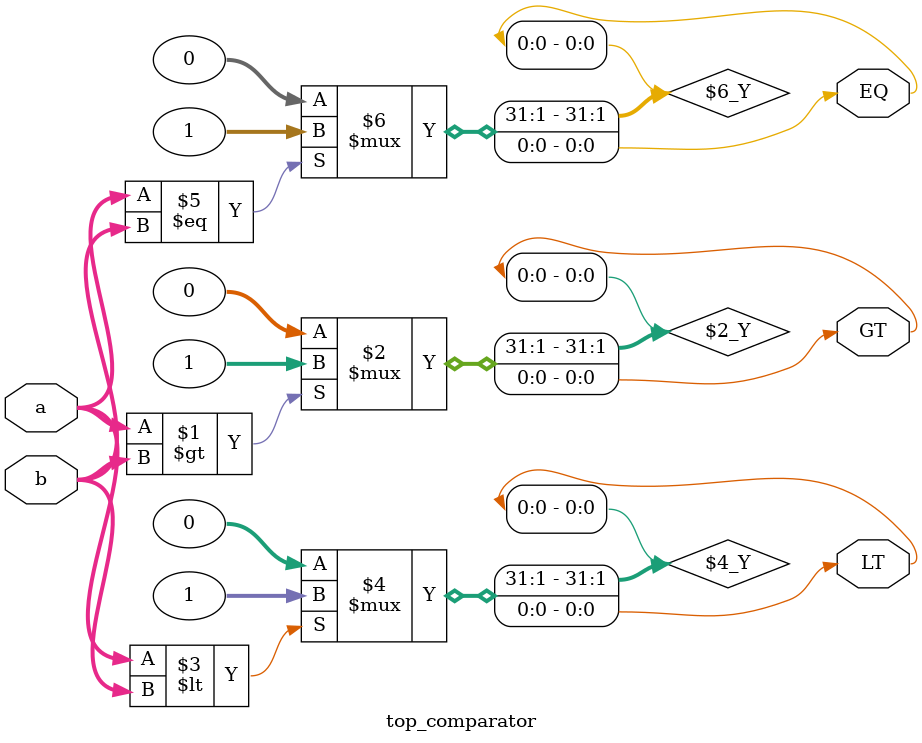
<source format=v>
`timescale 1ns / 1ps


module top_comparator(
    input [7:0]a, 
    input [7:0]b,
    output GT,LT,EQ);
    
    assign GT = (a>b) ? 1 : 0;
    assign LT = (a<b) ? 1 : 0;
    assign EQ = (a==b) ? 1 : 0;
    
endmodule

</source>
